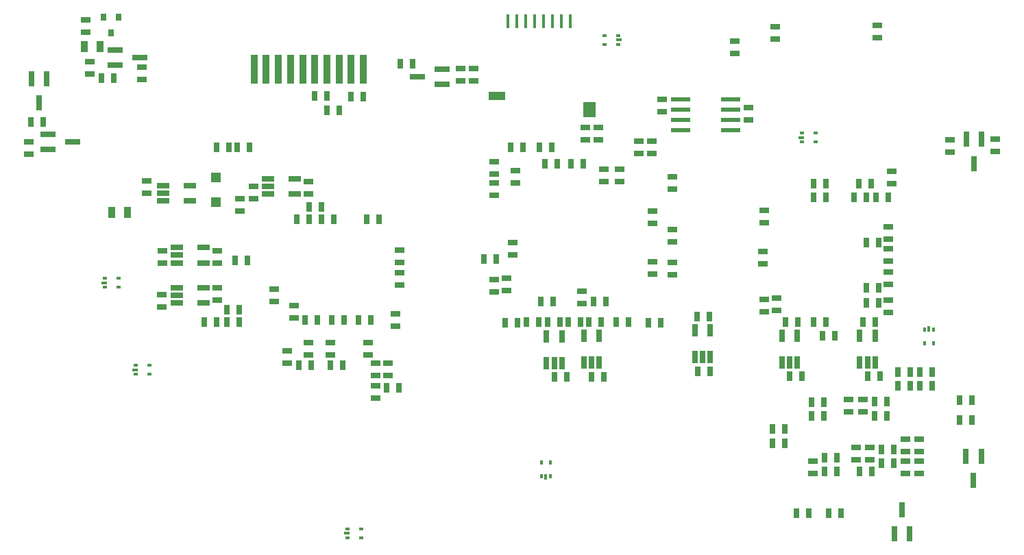
<source format=gbr>
G04 #@! TF.GenerationSoftware,KiCad,Pcbnew,7.0.5+dfsg-2*
G04 #@! TF.CreationDate,2023-07-13T13:36:20+03:00*
G04 #@! TF.ProjectId,ossc_board,6f737363-5f62-46f6-9172-642e6b696361,rev?*
G04 #@! TF.SameCoordinates,Original*
G04 #@! TF.FileFunction,Paste,Bot*
G04 #@! TF.FilePolarity,Positive*
%FSLAX46Y46*%
G04 Gerber Fmt 4.6, Leading zero omitted, Abs format (unit mm)*
G04 Created by KiCad (PCBNEW 7.0.5+dfsg-2) date 2023-07-13 13:36:20*
%MOMM*%
%LPD*%
G01*
G04 APERTURE LIST*
%ADD10R,0.900000X3.600000*%
%ADD11R,0.635000X1.143000*%
%ADD12R,1.143000X0.635000*%
%ADD13R,0.400000X1.750000*%
%ADD14R,2.000000X1.000000*%
%ADD15R,1.500000X1.900000*%
%ADD16R,1.560000X0.650000*%
%ADD17R,0.650000X1.560000*%
%ADD18R,0.889000X1.397000*%
%ADD19R,2.350000X0.600000*%
%ADD20R,1.900000X0.800000*%
%ADD21R,0.800000X1.900000*%
%ADD22R,0.380000X0.500000*%
%ADD23R,0.300000X0.650000*%
%ADD24R,0.500000X0.380000*%
%ADD25R,0.650000X0.300000*%
%ADD26R,1.300000X1.300000*%
%ADD27R,0.800000X0.900000*%
G04 APERTURE END LIST*
D10*
X36626200Y-24406600D03*
X38126200Y-24406600D03*
X39626200Y-24406600D03*
X41126200Y-24406600D03*
X42626200Y-24406600D03*
X44126200Y-24406600D03*
X45626200Y-24406600D03*
X47126200Y-24406600D03*
X48626200Y-24406600D03*
X50126200Y-24406600D03*
D11*
X42111000Y-60997200D03*
X43635000Y-60997200D03*
X46073400Y-60997200D03*
X47597400Y-60997200D03*
X42926000Y-55372000D03*
X44450000Y-55372000D03*
X49530000Y-55372000D03*
X51054000Y-55372000D03*
X46228000Y-55372000D03*
X47752000Y-55372000D03*
D12*
X54102000Y-56134000D03*
X54102000Y-54610000D03*
D11*
X33274000Y-55626000D03*
X34798000Y-55626000D03*
X33274000Y-54102000D03*
X34798000Y-54102000D03*
D12*
X39116000Y-51562000D03*
X39116000Y-53086000D03*
X54610000Y-51054000D03*
X54610000Y-49530000D03*
X54610000Y-48260000D03*
X54610000Y-46736000D03*
D11*
X33490000Y-34046000D03*
X31966000Y-34046000D03*
X52070000Y-42926000D03*
X50546000Y-42926000D03*
X43434000Y-41402000D03*
X44958000Y-41402000D03*
X46482000Y-42926000D03*
X44958000Y-42926000D03*
X45659000Y-29444000D03*
X47183000Y-29444000D03*
X50137400Y-27761300D03*
X48613400Y-27761300D03*
D12*
X25296200Y-46824000D03*
X25296200Y-48348000D03*
X36593000Y-40401000D03*
X36593000Y-38877000D03*
X32065300Y-48309900D03*
X32065300Y-46785900D03*
X43365000Y-39807000D03*
X43365000Y-38283000D03*
X25187000Y-53777000D03*
X25187000Y-52253000D03*
X84115000Y-34773000D03*
X84115000Y-33249000D03*
D11*
X77262000Y-36100000D03*
X75738000Y-36100000D03*
X71838000Y-34061000D03*
X73362000Y-34061000D03*
X69863000Y-34064000D03*
X68339000Y-34064000D03*
D12*
X85786000Y-34768000D03*
X85786000Y-33244000D03*
D11*
X74062000Y-36100000D03*
X72538000Y-36100000D03*
D12*
X66300000Y-35838000D03*
X66300000Y-37362000D03*
X88300000Y-39162000D03*
X88300000Y-37638000D03*
X66300000Y-39962000D03*
X66300000Y-38438000D03*
X68524000Y-45796000D03*
X68524000Y-47320000D03*
X88300000Y-45762000D03*
X88300000Y-44238000D03*
D11*
X44117600Y-27710500D03*
X45641600Y-27710500D03*
D12*
X85800000Y-49662000D03*
X85800000Y-48138000D03*
X88300000Y-49762000D03*
X88300000Y-48238000D03*
X66300000Y-51862000D03*
X66300000Y-50338000D03*
D11*
X85338000Y-55700000D03*
X86862000Y-55700000D03*
X78538000Y-53100000D03*
X80062000Y-53100000D03*
X72038000Y-53100000D03*
X73562000Y-53100000D03*
X69162000Y-55700000D03*
X67638000Y-55700000D03*
X82850000Y-55621000D03*
X81326000Y-55621000D03*
X75457000Y-55625000D03*
X76981000Y-55625000D03*
X70238000Y-55630000D03*
X71762000Y-55630000D03*
X107262000Y-55600000D03*
X105738000Y-55600000D03*
X108362000Y-57300000D03*
X106838000Y-57300000D03*
D12*
X115000000Y-52938000D03*
X115000000Y-54462000D03*
X99600000Y-52838000D03*
X99600000Y-54362000D03*
X115000000Y-50962000D03*
X115000000Y-49438000D03*
X115000000Y-48062000D03*
X115000000Y-46538000D03*
X99500000Y-48462000D03*
X99500000Y-46938000D03*
X115000000Y-45362000D03*
X115000000Y-43838000D03*
X99600000Y-41838000D03*
X99600000Y-43362000D03*
D11*
X105738000Y-38500000D03*
X107262000Y-38500000D03*
X107262000Y-40200000D03*
X105738000Y-40200000D03*
X110738000Y-40200000D03*
X112262000Y-40200000D03*
X112862000Y-38500000D03*
X111338000Y-38500000D03*
X104323000Y-62316000D03*
X102799000Y-62316000D03*
X113929000Y-62311000D03*
X112405000Y-62311000D03*
X103762000Y-55600000D03*
X102238000Y-55600000D03*
X113320600Y-55600600D03*
X111796600Y-55600600D03*
X79859000Y-62395600D03*
X78335000Y-62395600D03*
X92964000Y-61696600D03*
X91440000Y-61696600D03*
X75230000Y-62390600D03*
X73706000Y-62390600D03*
D12*
X32105600Y-52908200D03*
X32105600Y-51384200D03*
D11*
X74447400Y-55630000D03*
X72923400Y-55630000D03*
X79522000Y-55625000D03*
X77998000Y-55625000D03*
X92862400Y-54914800D03*
X91338400Y-54914800D03*
D12*
X68935600Y-36931600D03*
X68935600Y-38455600D03*
X85800000Y-43462000D03*
X85800000Y-41938000D03*
D13*
X75688000Y-18430000D03*
X74588000Y-18430000D03*
X73488000Y-18430000D03*
X72388000Y-18430000D03*
X71288000Y-18430000D03*
D14*
X66588000Y-27655000D03*
D13*
X70188000Y-18430000D03*
D15*
X78088000Y-29405000D03*
D13*
X69088000Y-18430000D03*
X67988000Y-18430000D03*
D12*
X40688600Y-60743200D03*
X40688600Y-59219200D03*
X46060000Y-59700000D03*
X46060000Y-58176000D03*
D11*
X30480000Y-55626000D03*
X32004000Y-55626000D03*
D12*
X81788000Y-38252400D03*
X81788000Y-36728400D03*
X79806800Y-36728400D03*
X79806800Y-38252400D03*
X77089000Y-51790600D03*
X77089000Y-53314600D03*
X87043600Y-29628200D03*
X87043600Y-28104200D03*
X96000000Y-22462000D03*
X96000000Y-20938000D03*
X77567000Y-33111000D03*
X77567000Y-31587000D03*
X79116000Y-33111000D03*
X79116000Y-31587000D03*
X97686200Y-30618800D03*
X97686200Y-29094800D03*
D11*
X113438000Y-40200000D03*
X114962000Y-40200000D03*
D16*
X27052000Y-48320100D03*
X27052000Y-47370100D03*
X27052000Y-46420100D03*
X30352000Y-46420100D03*
X30352000Y-48320100D03*
X38336000Y-39812000D03*
X38336000Y-38862000D03*
X38336000Y-37912000D03*
X41636000Y-37912000D03*
X41636000Y-39812000D03*
D17*
X103743800Y-60603400D03*
X102793800Y-60603400D03*
X101843800Y-60603400D03*
X101843800Y-57303400D03*
X103743800Y-57303400D03*
X113340000Y-60603400D03*
X112390000Y-60603400D03*
X111440000Y-60603400D03*
X111440000Y-57303400D03*
X113340000Y-57303400D03*
D16*
X27052000Y-53274000D03*
X27052000Y-52324000D03*
X27052000Y-51374000D03*
X30352000Y-51374000D03*
X30352000Y-53274000D03*
D17*
X74650000Y-60674600D03*
X73700000Y-60674600D03*
X72750000Y-60674600D03*
X72750000Y-57374600D03*
X74650000Y-57374600D03*
X79256000Y-60652600D03*
X78306000Y-60652600D03*
X77356000Y-60652600D03*
X77356000Y-57352600D03*
X79256000Y-57352600D03*
X92984000Y-59928000D03*
X92034000Y-59928000D03*
X91084000Y-59928000D03*
X91084000Y-56628000D03*
X92984000Y-56628000D03*
D12*
X43312000Y-58167000D03*
X43312000Y-59691000D03*
X50703000Y-58177800D03*
X50703000Y-59701800D03*
D18*
X20942500Y-42110000D03*
X19037500Y-42110000D03*
D12*
X41564900Y-53593100D03*
X41564900Y-55117100D03*
D11*
X112230000Y-53221000D03*
X113754000Y-53221000D03*
X112227000Y-51407000D03*
X113751000Y-51407000D03*
X112235000Y-45811000D03*
X113759000Y-45811000D03*
X34572000Y-34046000D03*
X36096000Y-34046000D03*
D12*
X113629000Y-19004000D03*
X113629000Y-20528000D03*
X100988000Y-19157000D03*
X100988000Y-20681000D03*
D19*
X95490300Y-28104200D03*
X95490300Y-29374200D03*
X95490300Y-30644200D03*
X95490300Y-31914200D03*
X89290300Y-31914200D03*
X89290300Y-30644200D03*
X89290300Y-29374200D03*
X89290300Y-28104200D03*
D11*
X34300500Y-48017800D03*
X35824500Y-48017800D03*
D12*
X63749000Y-24315000D03*
X63749000Y-25839000D03*
X51656000Y-60747000D03*
X51656000Y-62271000D03*
X51664000Y-63482000D03*
X51664000Y-65006000D03*
X53142000Y-62271000D03*
X53142000Y-60747000D03*
D11*
X54483000Y-63764000D03*
X52959000Y-63764000D03*
D20*
X59816000Y-24367000D03*
X59816000Y-26267000D03*
X56816000Y-25317000D03*
D12*
X62133000Y-24323000D03*
X62133000Y-25847000D03*
D11*
X56232000Y-23694000D03*
X54708000Y-23694000D03*
D12*
X67807000Y-51694000D03*
X67807000Y-50170000D03*
D11*
X66553000Y-47859000D03*
X65029000Y-47859000D03*
X43429000Y-42896000D03*
X41905000Y-42896000D03*
D12*
X101150000Y-52642000D03*
X101150000Y-54166000D03*
X115410000Y-38482000D03*
X115410000Y-36958000D03*
D11*
X102182000Y-70580000D03*
X100658000Y-70580000D03*
X102172000Y-68840000D03*
X100648000Y-68840000D03*
D12*
X110070000Y-66752000D03*
X110070000Y-65228000D03*
X111820000Y-66752000D03*
X111820000Y-65228000D03*
D11*
X106982000Y-65510000D03*
X105458000Y-65510000D03*
X120362000Y-63480000D03*
X118838000Y-63480000D03*
X106982000Y-67240000D03*
X105458000Y-67240000D03*
X120352000Y-61770000D03*
X118828000Y-61770000D03*
D12*
X118810000Y-74362000D03*
X118810000Y-72838000D03*
X110990000Y-72662000D03*
X110990000Y-71138000D03*
X118810000Y-70118000D03*
X118810000Y-71642000D03*
X105640000Y-72818000D03*
X105640000Y-74342000D03*
X128180000Y-33028000D03*
X128180000Y-34552000D03*
X122560000Y-33078000D03*
X122560000Y-34602000D03*
D11*
X123768000Y-65260000D03*
X125292000Y-65260000D03*
X105182000Y-79280000D03*
X103658000Y-79280000D03*
X115672000Y-71400000D03*
X114148000Y-71400000D03*
X108602000Y-74080000D03*
X107078000Y-74080000D03*
D12*
X112690000Y-71138000D03*
X112690000Y-72662000D03*
D21*
X117630000Y-81830000D03*
X115730000Y-81830000D03*
X116680000Y-78830000D03*
D12*
X34900000Y-40408000D03*
X34900000Y-41932000D03*
D11*
X113288000Y-65480000D03*
X114812000Y-65480000D03*
X114812000Y-67220000D03*
X113288000Y-67220000D03*
X114148000Y-73090000D03*
X115672000Y-73090000D03*
D22*
X73190000Y-74650000D03*
D23*
X72650000Y-74730000D03*
D22*
X72110000Y-74650000D03*
X72110000Y-72950000D03*
X73190000Y-72950000D03*
D24*
X21960000Y-62080000D03*
D25*
X21880000Y-61540000D03*
D24*
X21960000Y-61000000D03*
X23660000Y-61000000D03*
X23660000Y-62080000D03*
X48170000Y-82260000D03*
D25*
X48090000Y-81720000D03*
D24*
X48170000Y-81180000D03*
X49870000Y-81180000D03*
X49870000Y-82260000D03*
D21*
X124540000Y-72200000D03*
X126440000Y-72200000D03*
X125490000Y-75200000D03*
D24*
X18220000Y-51300000D03*
D25*
X18140000Y-50760000D03*
D24*
X18220000Y-50220000D03*
X19920000Y-50220000D03*
X19920000Y-51300000D03*
D22*
X119450000Y-56560000D03*
D23*
X119990000Y-56480000D03*
D22*
X120530000Y-56560000D03*
X120530000Y-58260000D03*
X119450000Y-58260000D03*
D21*
X9110000Y-25550000D03*
X11010000Y-25550000D03*
X10060000Y-28550000D03*
D11*
X10532000Y-30910000D03*
X9008000Y-30910000D03*
X117652000Y-61780000D03*
X116128000Y-61780000D03*
X116128000Y-63480000D03*
X117652000Y-63480000D03*
D12*
X117110000Y-72838000D03*
X117110000Y-74362000D03*
D11*
X108602000Y-72380000D03*
X107078000Y-72380000D03*
D12*
X117120000Y-71642000D03*
X117120000Y-70118000D03*
D11*
X112952000Y-74090000D03*
X111428000Y-74090000D03*
D16*
X25360000Y-40680000D03*
X25360000Y-39730000D03*
X25360000Y-38780000D03*
X28660000Y-38780000D03*
X28660000Y-40680000D03*
D21*
X124610000Y-33060000D03*
X126510000Y-33060000D03*
X125560000Y-36060000D03*
D11*
X125302000Y-67770000D03*
X123778000Y-67770000D03*
X107628000Y-79270000D03*
X109152000Y-79270000D03*
D12*
X23380000Y-38188000D03*
X23380000Y-39712000D03*
D26*
X31940000Y-40800000D03*
X31940000Y-37800000D03*
D20*
X19490000Y-23890000D03*
X19490000Y-21990000D03*
X22490000Y-22940000D03*
D12*
X22730000Y-25672000D03*
X22730000Y-24148000D03*
D24*
X104330000Y-33360000D03*
D25*
X104250000Y-32820000D03*
D24*
X104330000Y-32280000D03*
X106030000Y-32280000D03*
X106030000Y-33360000D03*
D20*
X11190000Y-34320000D03*
X11190000Y-32420000D03*
X14190000Y-33370000D03*
D12*
X8820000Y-33348000D03*
X8820000Y-34872000D03*
X15830000Y-19792000D03*
X15830000Y-18268000D03*
D27*
X19920000Y-17930000D03*
X18970000Y-19930000D03*
X18020000Y-17930000D03*
D18*
X17592500Y-21570000D03*
X15687500Y-21570000D03*
D11*
X17788000Y-25450000D03*
X19312000Y-25450000D03*
D12*
X16310000Y-23418000D03*
X16310000Y-24942000D03*
D24*
X81590000Y-20220000D03*
D25*
X81670000Y-20760000D03*
D24*
X81590000Y-21300000D03*
X79890000Y-21300000D03*
X79890000Y-20220000D03*
M02*

</source>
